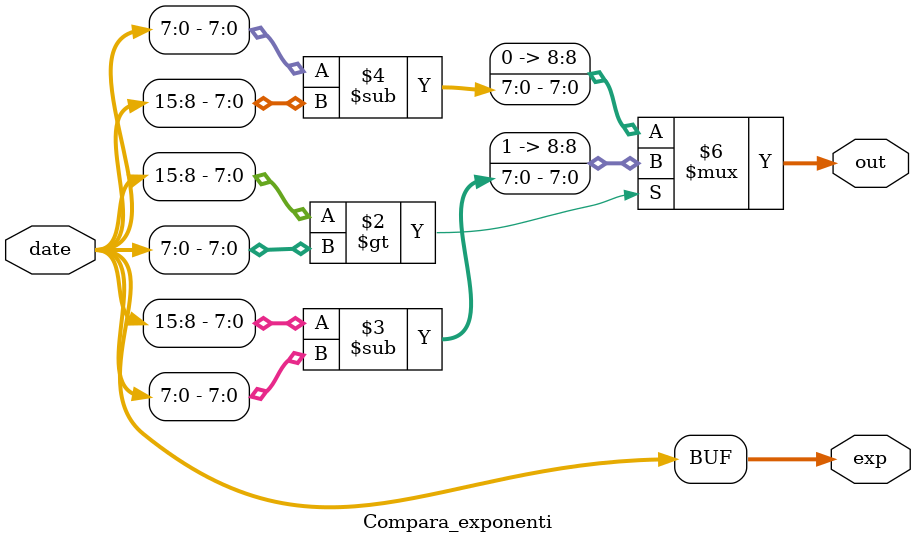
<source format=v>
`timescale 1ns / 1ps

module Compara_exponenti(date,out , exp);
input [15:0] date;
output reg[8:0] out;
output reg[15:0] exp;
always @(date)
	begin
		if(date[15:8] > date[7:0])
			out = {1'b1,date[15:8]-date[7:0]};
		else
			out = {1'b0,date[7:0]-date[15:8]};
		exp = date;
	end
endmodule

</source>
